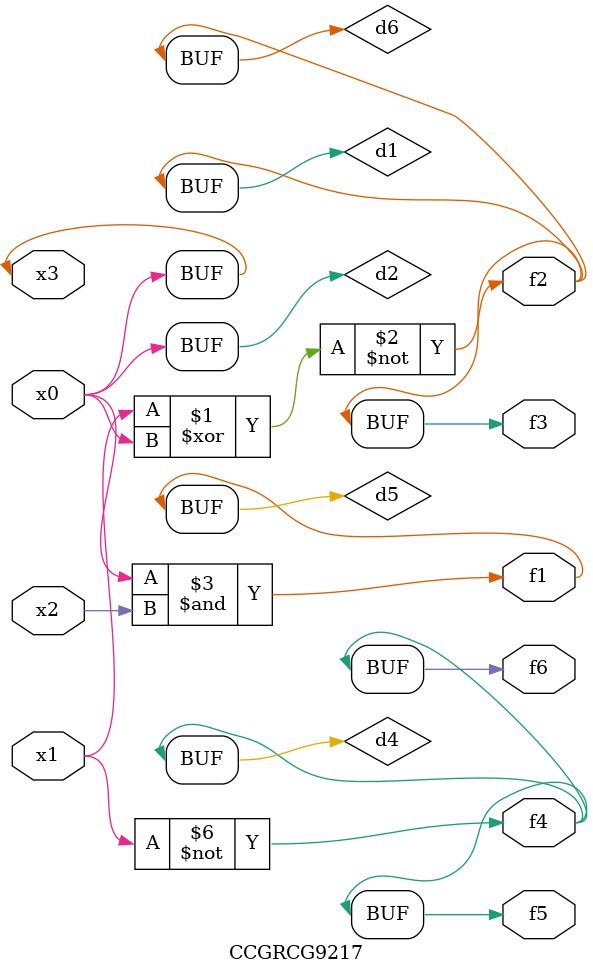
<source format=v>
module CCGRCG9217(
	input x0, x1, x2, x3,
	output f1, f2, f3, f4, f5, f6
);

	wire d1, d2, d3, d4, d5, d6;

	xnor (d1, x1, x3);
	buf (d2, x0, x3);
	nand (d3, x0, x2);
	not (d4, x1);
	nand (d5, d3);
	or (d6, d1);
	assign f1 = d5;
	assign f2 = d6;
	assign f3 = d6;
	assign f4 = d4;
	assign f5 = d4;
	assign f6 = d4;
endmodule

</source>
